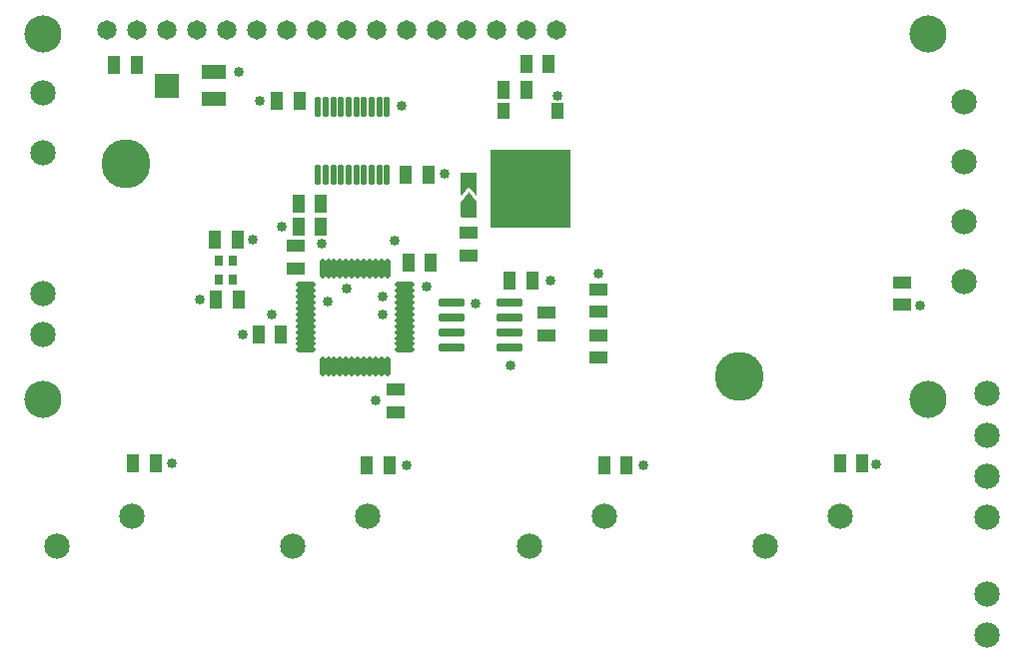
<source format=gts>
G04*
G04 #@! TF.GenerationSoftware,Altium Limited,Altium Designer,25.4.2 (15)*
G04*
G04 Layer_Color=8388736*
%FSLAX44Y44*%
%MOMM*%
G71*
G04*
G04 #@! TF.SameCoordinates,E3562E81-9C74-4326-8BCA-3B8FE58CD66A*
G04*
G04*
G04 #@! TF.FilePolarity,Negative*
G04*
G01*
G75*
%ADD26R,2.0000X1.3000*%
%ADD27R,2.0000X2.0000*%
%ADD28R,0.7500X0.8500*%
%ADD29R,1.5300X1.0700*%
%ADD30R,1.0700X1.5300*%
G04:AMPARAMS|DCode=31|XSize=2.12mm|YSize=0.74mm|CornerRadius=0.1487mm|HoleSize=0mm|Usage=FLASHONLY|Rotation=0.000|XOffset=0mm|YOffset=0mm|HoleType=Round|Shape=RoundedRectangle|*
%AMROUNDEDRECTD31*
21,1,2.1200,0.4425,0,0,0.0*
21,1,1.8225,0.7400,0,0,0.0*
1,1,0.2975,0.9113,-0.2213*
1,1,0.2975,-0.9113,-0.2213*
1,1,0.2975,-0.9113,0.2213*
1,1,0.2975,0.9113,0.2213*
%
%ADD31ROUNDEDRECTD31*%
G04:AMPARAMS|DCode=32|XSize=0.43mm|YSize=1.71mm|CornerRadius=0.145mm|HoleSize=0mm|Usage=FLASHONLY|Rotation=90.000|XOffset=0mm|YOffset=0mm|HoleType=Round|Shape=RoundedRectangle|*
%AMROUNDEDRECTD32*
21,1,0.4300,1.4200,0,0,90.0*
21,1,0.1400,1.7100,0,0,90.0*
1,1,0.2900,0.7100,0.0700*
1,1,0.2900,0.7100,-0.0700*
1,1,0.2900,-0.7100,-0.0700*
1,1,0.2900,-0.7100,0.0700*
%
%ADD32ROUNDEDRECTD32*%
G04:AMPARAMS|DCode=33|XSize=0.43mm|YSize=1.71mm|CornerRadius=0.145mm|HoleSize=0mm|Usage=FLASHONLY|Rotation=0.000|XOffset=0mm|YOffset=0mm|HoleType=Round|Shape=RoundedRectangle|*
%AMROUNDEDRECTD33*
21,1,0.4300,1.4200,0,0,0.0*
21,1,0.1400,1.7100,0,0,0.0*
1,1,0.2900,0.0700,-0.7100*
1,1,0.2900,-0.0700,-0.7100*
1,1,0.2900,-0.0700,0.7100*
1,1,0.2900,0.0700,0.7100*
%
%ADD33ROUNDEDRECTD33*%
G04:AMPARAMS|DCode=34|XSize=1.72mm|YSize=0.56mm|CornerRadius=0.1263mm|HoleSize=0mm|Usage=FLASHONLY|Rotation=90.000|XOffset=0mm|YOffset=0mm|HoleType=Round|Shape=RoundedRectangle|*
%AMROUNDEDRECTD34*
21,1,1.7200,0.3075,0,0,90.0*
21,1,1.4675,0.5600,0,0,90.0*
1,1,0.2525,0.1538,0.7338*
1,1,0.2525,0.1538,-0.7338*
1,1,0.2525,-0.1538,-0.7338*
1,1,0.2525,-0.1538,0.7338*
%
%ADD34ROUNDEDRECTD34*%
%ADD35R,1.0390X1.3692*%
%ADD36R,6.8810X6.6524*%
%ADD37C,4.1500*%
%ADD38C,2.1500*%
%ADD39C,0.1500*%
%ADD40C,1.6500*%
%ADD41C,3.1500*%
%ADD42C,0.8500*%
G36*
X411059Y425968D02*
X411106Y425965D01*
X411118Y425962D01*
X411129Y425961D01*
X411175Y425949D01*
X411222Y425939D01*
X411232Y425935D01*
X411243Y425932D01*
X411287Y425913D01*
X411331Y425895D01*
X411341Y425890D01*
X411352Y425885D01*
X411392Y425860D01*
X411433Y425835D01*
X411442Y425828D01*
X411451Y425822D01*
X411487Y425790D01*
X411524Y425760D01*
X411531Y425751D01*
X411540Y425744D01*
X411570Y425707D01*
X411602Y425671D01*
X417602Y417671D01*
X417605Y417667D01*
X417609Y417662D01*
X417637Y417616D01*
X417665Y417572D01*
X417667Y417567D01*
X417670Y417561D01*
X417691Y417512D01*
X417712Y417463D01*
X417713Y417458D01*
X417715Y417453D01*
X417728Y417401D01*
X417741Y417349D01*
X417742Y417343D01*
X417743Y417338D01*
X417747Y417285D01*
X417752Y417231D01*
X417752Y417226D01*
X417752Y417220D01*
Y405220D01*
X417743Y405102D01*
X417715Y404987D01*
X417670Y404878D01*
X417609Y404778D01*
X417532Y404688D01*
X417442Y404611D01*
X417342Y404550D01*
X417233Y404505D01*
X417118Y404477D01*
X417000Y404468D01*
X405000D01*
X404882Y404477D01*
X404767Y404505D01*
X404659Y404550D01*
X404558Y404611D01*
X404468Y404688D01*
X404391Y404778D01*
X404330Y404878D01*
X404285Y404987D01*
X404257Y405102D01*
X404248Y405220D01*
Y417220D01*
X404248Y417226D01*
X404248Y417231D01*
X404253Y417285D01*
X404257Y417338D01*
X404258Y417343D01*
X404259Y417349D01*
X404272Y417401D01*
X404285Y417453D01*
X404287Y417458D01*
X404288Y417463D01*
X404309Y417512D01*
X404330Y417561D01*
X404333Y417567D01*
X404335Y417572D01*
X404363Y417616D01*
X404391Y417662D01*
X404395Y417667D01*
X404398Y417671D01*
X410398Y425671D01*
X410430Y425707D01*
X410460Y425744D01*
X410469Y425751D01*
X410476Y425760D01*
X410513Y425790D01*
X410549Y425822D01*
X410558Y425828D01*
X410567Y425835D01*
X410608Y425860D01*
X410648Y425885D01*
X410659Y425890D01*
X410669Y425895D01*
X410713Y425913D01*
X410757Y425932D01*
X410768Y425935D01*
X410778Y425939D01*
X410825Y425949D01*
X410871Y425961D01*
X410882Y425962D01*
X410894Y425965D01*
X410942Y425968D01*
X410989Y425972D01*
X411000Y425971D01*
X411011Y425972D01*
X411059Y425968D01*
D02*
G37*
G36*
X417118Y442743D02*
X417233Y442715D01*
X417342Y442670D01*
X417442Y442609D01*
X417532Y442532D01*
X417609Y442442D01*
X417670Y442342D01*
X417715Y442233D01*
X417743Y442118D01*
X417752Y442000D01*
Y424000D01*
X417748Y423948D01*
X417745Y423894D01*
X417743Y423888D01*
X417743Y423882D01*
X417731Y423831D01*
X417719Y423778D01*
X417717Y423773D01*
X417715Y423768D01*
X417695Y423718D01*
X417676Y423669D01*
X417673Y423664D01*
X417670Y423658D01*
X417642Y423613D01*
X417615Y423567D01*
X417612Y423563D01*
X417609Y423558D01*
X417573Y423516D01*
X417540Y423476D01*
X417536Y423473D01*
X417532Y423468D01*
X417491Y423433D01*
X417451Y423398D01*
X417447Y423395D01*
X417442Y423391D01*
X417396Y423363D01*
X417352Y423335D01*
X417347Y423333D01*
X417342Y423330D01*
X417292Y423309D01*
X417243Y423288D01*
X417238Y423287D01*
X417233Y423284D01*
X417181Y423272D01*
X417129Y423259D01*
X417123Y423258D01*
X417118Y423257D01*
X417066Y423253D01*
X417011Y423248D01*
X417006Y423248D01*
X417000Y423248D01*
X416948Y423252D01*
X416894Y423255D01*
X416888Y423256D01*
X416882Y423257D01*
X416832Y423269D01*
X416778Y423281D01*
X416773Y423283D01*
X416768Y423284D01*
X416718Y423305D01*
X416669Y423325D01*
X416664Y423327D01*
X416659Y423330D01*
X416613Y423358D01*
X416567Y423385D01*
X416563Y423388D01*
X416558Y423391D01*
X416516Y423427D01*
X416476Y423460D01*
X416473Y423464D01*
X416468Y423468D01*
X416433Y423509D01*
X416398Y423549D01*
X411000Y430746D01*
X405602Y423549D01*
X405567Y423509D01*
X405532Y423468D01*
X405527Y423464D01*
X405524Y423460D01*
X405484Y423427D01*
X405442Y423391D01*
X405437Y423388D01*
X405433Y423385D01*
X405387Y423358D01*
X405342Y423330D01*
X405336Y423327D01*
X405331Y423325D01*
X405282Y423305D01*
X405233Y423284D01*
X405227Y423283D01*
X405222Y423281D01*
X405168Y423269D01*
X405118Y423257D01*
X405112Y423256D01*
X405106Y423255D01*
X405052Y423252D01*
X405000Y423248D01*
X404994Y423248D01*
X404989Y423248D01*
X404935Y423253D01*
X404882Y423257D01*
X404877Y423258D01*
X404871Y423259D01*
X404819Y423272D01*
X404767Y423284D01*
X404762Y423287D01*
X404757Y423288D01*
X404708Y423309D01*
X404659Y423330D01*
X404654Y423333D01*
X404648Y423335D01*
X404604Y423363D01*
X404558Y423391D01*
X404553Y423395D01*
X404549Y423398D01*
X404509Y423433D01*
X404468Y423468D01*
X404464Y423472D01*
X404460Y423476D01*
X404426Y423517D01*
X404391Y423558D01*
X404388Y423563D01*
X404385Y423567D01*
X404357Y423613D01*
X404330Y423658D01*
X404328Y423664D01*
X404325Y423669D01*
X404305Y423718D01*
X404285Y423768D01*
X404283Y423773D01*
X404281Y423778D01*
X404269Y423831D01*
X404257Y423882D01*
X404257Y423888D01*
X404255Y423894D01*
X404252Y423948D01*
X404248Y424000D01*
Y442000D01*
X404257Y442118D01*
X404285Y442233D01*
X404330Y442342D01*
X404391Y442442D01*
X404468Y442532D01*
X404558Y442609D01*
X404659Y442670D01*
X404767Y442715D01*
X404882Y442743D01*
X405000Y442752D01*
X417000D01*
X417118Y442743D01*
D02*
G37*
D26*
X195000Y504770D02*
D03*
Y527770D02*
D03*
D27*
X155000Y516270D02*
D03*
D28*
X199000Y352000D02*
D03*
Y368000D02*
D03*
X211000D02*
D03*
Y352000D02*
D03*
D29*
X521000Y343550D02*
D03*
Y324450D02*
D03*
Y304550D02*
D03*
Y285450D02*
D03*
X264000Y380550D02*
D03*
Y361450D02*
D03*
X349000Y239450D02*
D03*
Y258550D02*
D03*
X411000Y372450D02*
D03*
Y391550D02*
D03*
X477000Y304450D02*
D03*
Y323550D02*
D03*
X778000Y330450D02*
D03*
Y349550D02*
D03*
D30*
X215100Y386000D02*
D03*
X196000D02*
D03*
X145550Y196000D02*
D03*
X126450D02*
D03*
X440450Y513000D02*
D03*
X459550D02*
D03*
X215550Y335000D02*
D03*
X196450D02*
D03*
X232450Y305000D02*
D03*
X251550D02*
D03*
X285550Y416000D02*
D03*
X266450D02*
D03*
X267550Y503000D02*
D03*
X248450D02*
D03*
X378550Y366000D02*
D03*
X359450D02*
D03*
X285550Y397000D02*
D03*
X266450D02*
D03*
X357450Y441000D02*
D03*
X376550D02*
D03*
X464550Y351000D02*
D03*
X445450D02*
D03*
X725450Y196000D02*
D03*
X744550D02*
D03*
X525450Y194000D02*
D03*
X544550D02*
D03*
X324450D02*
D03*
X343550D02*
D03*
X478550Y535000D02*
D03*
X459450D02*
D03*
X110450Y534000D02*
D03*
X129550D02*
D03*
D31*
X445750Y332050D02*
D03*
Y319350D02*
D03*
Y306650D02*
D03*
Y293950D02*
D03*
X396250D02*
D03*
Y306650D02*
D03*
Y319350D02*
D03*
Y332050D02*
D03*
D32*
X272470Y347230D02*
D03*
Y342230D02*
D03*
Y337230D02*
D03*
Y332230D02*
D03*
Y327230D02*
D03*
Y322230D02*
D03*
Y317230D02*
D03*
Y312230D02*
D03*
Y307230D02*
D03*
Y302230D02*
D03*
Y297230D02*
D03*
Y292230D02*
D03*
X356070D02*
D03*
Y297230D02*
D03*
Y302230D02*
D03*
Y307230D02*
D03*
Y312230D02*
D03*
Y317230D02*
D03*
Y322230D02*
D03*
Y327230D02*
D03*
Y332230D02*
D03*
Y337230D02*
D03*
Y342230D02*
D03*
Y347230D02*
D03*
D33*
X286770Y277930D02*
D03*
X291770D02*
D03*
X296770D02*
D03*
X301770D02*
D03*
X306770D02*
D03*
X311770D02*
D03*
X316770D02*
D03*
X321770D02*
D03*
X326770D02*
D03*
X331770D02*
D03*
X336770D02*
D03*
X341770D02*
D03*
Y361530D02*
D03*
X336770D02*
D03*
X331770D02*
D03*
X326770D02*
D03*
X321770D02*
D03*
X316770D02*
D03*
X311770D02*
D03*
X306770D02*
D03*
X301770D02*
D03*
X296770D02*
D03*
X291770D02*
D03*
X286770D02*
D03*
D34*
X283020Y498430D02*
D03*
X289520D02*
D03*
X296020D02*
D03*
X302520D02*
D03*
X309020D02*
D03*
X315520D02*
D03*
X322020D02*
D03*
X328520D02*
D03*
X335020D02*
D03*
X341520D02*
D03*
Y441030D02*
D03*
X335020D02*
D03*
X328520D02*
D03*
X322020D02*
D03*
X315520D02*
D03*
X309020D02*
D03*
X302520D02*
D03*
X296020D02*
D03*
X289520D02*
D03*
X283020D02*
D03*
D35*
X485720Y495000D02*
D03*
X440000D02*
D03*
D36*
X462860Y428706D02*
D03*
D37*
X640000Y270000D02*
D03*
X120000Y450000D02*
D03*
D38*
X50000Y305000D02*
D03*
Y340000D02*
D03*
X850000Y255000D02*
D03*
Y150000D02*
D03*
Y185000D02*
D03*
Y220000D02*
D03*
Y50000D02*
D03*
Y85000D02*
D03*
X50000Y459200D02*
D03*
Y510000D02*
D03*
X61900Y125400D02*
D03*
X125400Y150800D02*
D03*
X261900Y125400D02*
D03*
X325400Y150800D02*
D03*
X461900Y125400D02*
D03*
X525400Y150800D02*
D03*
X661900Y125400D02*
D03*
X725400Y150800D02*
D03*
X831000Y400800D02*
D03*
Y350000D02*
D03*
Y451600D02*
D03*
Y502400D02*
D03*
D39*
X100000Y100000D02*
D03*
X300000D02*
D03*
X500000D02*
D03*
X700000D02*
D03*
D40*
X485500Y563730D02*
D03*
X460100D02*
D03*
X434700D02*
D03*
X409300D02*
D03*
X383900D02*
D03*
X358500D02*
D03*
X333100D02*
D03*
X307700D02*
D03*
X282300D02*
D03*
X256900D02*
D03*
X231500D02*
D03*
X206100D02*
D03*
X180700D02*
D03*
X155300D02*
D03*
X129900D02*
D03*
X104500D02*
D03*
D41*
X50000Y250000D02*
D03*
Y560000D02*
D03*
X800000D02*
D03*
Y250000D02*
D03*
D42*
X793000Y330000D02*
D03*
X216000Y528000D02*
D03*
X521000Y357000D02*
D03*
X183000Y335000D02*
D03*
X375168Y346239D02*
D03*
X416885Y331885D02*
D03*
X338000Y322000D02*
D03*
X159000Y196000D02*
D03*
X358000Y194000D02*
D03*
X756000Y195000D02*
D03*
X332000Y249000D02*
D03*
X219000Y305000D02*
D03*
X446000Y279000D02*
D03*
X486000Y508000D02*
D03*
X286000Y382000D02*
D03*
X234000Y503000D02*
D03*
X252000Y397000D02*
D03*
X291000Y333000D02*
D03*
X228000Y386000D02*
D03*
X244000Y322000D02*
D03*
X307000Y344000D02*
D03*
X390761Y441168D02*
D03*
X338000Y337000D02*
D03*
X348000Y385000D02*
D03*
X354000Y499000D02*
D03*
X480000Y351000D02*
D03*
X559000Y194000D02*
D03*
M02*

</source>
